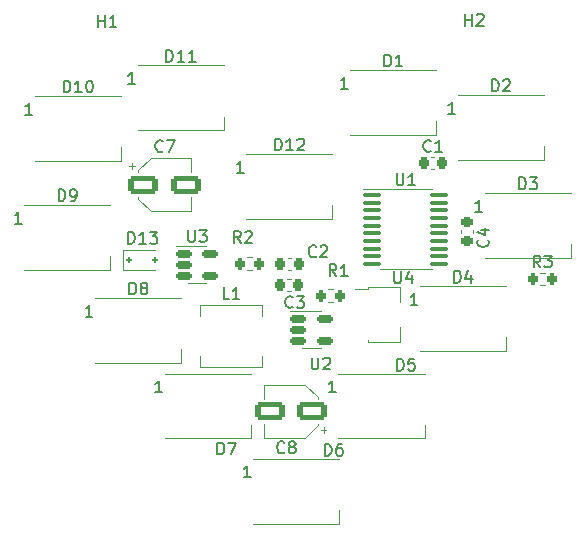
<source format=gto>
G04 #@! TF.GenerationSoftware,KiCad,Pcbnew,8.0.5*
G04 #@! TF.CreationDate,2024-09-23T19:13:39-07:00*
G04 #@! TF.ProjectId,class 2a,636c6173-7320-4326-912e-6b696361645f,rev?*
G04 #@! TF.SameCoordinates,Original*
G04 #@! TF.FileFunction,Legend,Top*
G04 #@! TF.FilePolarity,Positive*
%FSLAX46Y46*%
G04 Gerber Fmt 4.6, Leading zero omitted, Abs format (unit mm)*
G04 Created by KiCad (PCBNEW 8.0.5) date 2024-09-23 19:13:39*
%MOMM*%
%LPD*%
G01*
G04 APERTURE LIST*
G04 Aperture macros list*
%AMRoundRect*
0 Rectangle with rounded corners*
0 $1 Rounding radius*
0 $2 $3 $4 $5 $6 $7 $8 $9 X,Y pos of 4 corners*
0 Add a 4 corners polygon primitive as box body*
4,1,4,$2,$3,$4,$5,$6,$7,$8,$9,$2,$3,0*
0 Add four circle primitives for the rounded corners*
1,1,$1+$1,$2,$3*
1,1,$1+$1,$4,$5*
1,1,$1+$1,$6,$7*
1,1,$1+$1,$8,$9*
0 Add four rect primitives between the rounded corners*
20,1,$1+$1,$2,$3,$4,$5,0*
20,1,$1+$1,$4,$5,$6,$7,0*
20,1,$1+$1,$6,$7,$8,$9,0*
20,1,$1+$1,$8,$9,$2,$3,0*%
%AMFreePoly0*
4,1,9,3.862500,-0.866500,0.737500,-0.866500,0.737500,-0.450000,-0.737500,-0.450000,-0.737500,0.450000,0.737500,0.450000,0.737500,0.866500,3.862500,0.866500,3.862500,-0.866500,3.862500,-0.866500,$1*%
G04 Aperture macros list end*
%ADD10C,0.150000*%
%ADD11C,0.120000*%
%ADD12RoundRect,0.225000X-0.225000X-0.250000X0.225000X-0.250000X0.225000X0.250000X-0.225000X0.250000X0*%
%ADD13R,1.500000X0.900000*%
%ADD14RoundRect,0.200000X-0.200000X-0.275000X0.200000X-0.275000X0.200000X0.275000X-0.200000X0.275000X0*%
%ADD15RoundRect,0.250000X1.050000X0.550000X-1.050000X0.550000X-1.050000X-0.550000X1.050000X-0.550000X0*%
%ADD16RoundRect,0.150000X-0.512500X-0.150000X0.512500X-0.150000X0.512500X0.150000X-0.512500X0.150000X0*%
%ADD17C,2.500000*%
%ADD18RoundRect,0.225000X0.250000X-0.225000X0.250000X0.225000X-0.250000X0.225000X-0.250000X-0.225000X0*%
%ADD19R,1.903000X2.790000*%
%ADD20R,1.300000X0.900000*%
%ADD21FreePoly0,0.000000*%
%ADD22RoundRect,0.100000X-0.637500X-0.100000X0.637500X-0.100000X0.637500X0.100000X-0.637500X0.100000X0*%
%ADD23RoundRect,0.125000X-0.125000X-0.125000X0.125000X-0.125000X0.125000X0.125000X-0.125000X0.125000X0*%
%ADD24RoundRect,0.250000X-1.050000X-0.550000X1.050000X-0.550000X1.050000X0.550000X-1.050000X0.550000X0*%
%ADD25C,0.900000*%
%ADD26C,0.650000*%
G04 APERTURE END LIST*
D10*
X158633333Y-72029580D02*
X158585714Y-72077200D01*
X158585714Y-72077200D02*
X158442857Y-72124819D01*
X158442857Y-72124819D02*
X158347619Y-72124819D01*
X158347619Y-72124819D02*
X158204762Y-72077200D01*
X158204762Y-72077200D02*
X158109524Y-71981961D01*
X158109524Y-71981961D02*
X158061905Y-71886723D01*
X158061905Y-71886723D02*
X158014286Y-71696247D01*
X158014286Y-71696247D02*
X158014286Y-71553390D01*
X158014286Y-71553390D02*
X158061905Y-71362914D01*
X158061905Y-71362914D02*
X158109524Y-71267676D01*
X158109524Y-71267676D02*
X158204762Y-71172438D01*
X158204762Y-71172438D02*
X158347619Y-71124819D01*
X158347619Y-71124819D02*
X158442857Y-71124819D01*
X158442857Y-71124819D02*
X158585714Y-71172438D01*
X158585714Y-71172438D02*
X158633333Y-71220057D01*
X159585714Y-72124819D02*
X159014286Y-72124819D01*
X159300000Y-72124819D02*
X159300000Y-71124819D01*
X159300000Y-71124819D02*
X159204762Y-71267676D01*
X159204762Y-71267676D02*
X159109524Y-71362914D01*
X159109524Y-71362914D02*
X159014286Y-71410533D01*
X146933333Y-85259580D02*
X146885714Y-85307200D01*
X146885714Y-85307200D02*
X146742857Y-85354819D01*
X146742857Y-85354819D02*
X146647619Y-85354819D01*
X146647619Y-85354819D02*
X146504762Y-85307200D01*
X146504762Y-85307200D02*
X146409524Y-85211961D01*
X146409524Y-85211961D02*
X146361905Y-85116723D01*
X146361905Y-85116723D02*
X146314286Y-84926247D01*
X146314286Y-84926247D02*
X146314286Y-84783390D01*
X146314286Y-84783390D02*
X146361905Y-84592914D01*
X146361905Y-84592914D02*
X146409524Y-84497676D01*
X146409524Y-84497676D02*
X146504762Y-84402438D01*
X146504762Y-84402438D02*
X146647619Y-84354819D01*
X146647619Y-84354819D02*
X146742857Y-84354819D01*
X146742857Y-84354819D02*
X146885714Y-84402438D01*
X146885714Y-84402438D02*
X146933333Y-84450057D01*
X147266667Y-84354819D02*
X147885714Y-84354819D01*
X147885714Y-84354819D02*
X147552381Y-84735771D01*
X147552381Y-84735771D02*
X147695238Y-84735771D01*
X147695238Y-84735771D02*
X147790476Y-84783390D01*
X147790476Y-84783390D02*
X147838095Y-84831009D01*
X147838095Y-84831009D02*
X147885714Y-84926247D01*
X147885714Y-84926247D02*
X147885714Y-85164342D01*
X147885714Y-85164342D02*
X147838095Y-85259580D01*
X147838095Y-85259580D02*
X147790476Y-85307200D01*
X147790476Y-85307200D02*
X147695238Y-85354819D01*
X147695238Y-85354819D02*
X147409524Y-85354819D01*
X147409524Y-85354819D02*
X147314286Y-85307200D01*
X147314286Y-85307200D02*
X147266667Y-85259580D01*
X140561905Y-97754819D02*
X140561905Y-96754819D01*
X140561905Y-96754819D02*
X140800000Y-96754819D01*
X140800000Y-96754819D02*
X140942857Y-96802438D01*
X140942857Y-96802438D02*
X141038095Y-96897676D01*
X141038095Y-96897676D02*
X141085714Y-96992914D01*
X141085714Y-96992914D02*
X141133333Y-97183390D01*
X141133333Y-97183390D02*
X141133333Y-97326247D01*
X141133333Y-97326247D02*
X141085714Y-97516723D01*
X141085714Y-97516723D02*
X141038095Y-97611961D01*
X141038095Y-97611961D02*
X140942857Y-97707200D01*
X140942857Y-97707200D02*
X140800000Y-97754819D01*
X140800000Y-97754819D02*
X140561905Y-97754819D01*
X141466667Y-96754819D02*
X142133333Y-96754819D01*
X142133333Y-96754819D02*
X141704762Y-97754819D01*
X135885714Y-92504819D02*
X135314286Y-92504819D01*
X135600000Y-92504819D02*
X135600000Y-91504819D01*
X135600000Y-91504819D02*
X135504762Y-91647676D01*
X135504762Y-91647676D02*
X135409524Y-91742914D01*
X135409524Y-91742914D02*
X135314286Y-91790533D01*
X150633333Y-82654819D02*
X150300000Y-82178628D01*
X150061905Y-82654819D02*
X150061905Y-81654819D01*
X150061905Y-81654819D02*
X150442857Y-81654819D01*
X150442857Y-81654819D02*
X150538095Y-81702438D01*
X150538095Y-81702438D02*
X150585714Y-81750057D01*
X150585714Y-81750057D02*
X150633333Y-81845295D01*
X150633333Y-81845295D02*
X150633333Y-81988152D01*
X150633333Y-81988152D02*
X150585714Y-82083390D01*
X150585714Y-82083390D02*
X150538095Y-82131009D01*
X150538095Y-82131009D02*
X150442857Y-82178628D01*
X150442857Y-82178628D02*
X150061905Y-82178628D01*
X151585714Y-82654819D02*
X151014286Y-82654819D01*
X151300000Y-82654819D02*
X151300000Y-81654819D01*
X151300000Y-81654819D02*
X151204762Y-81797676D01*
X151204762Y-81797676D02*
X151109524Y-81892914D01*
X151109524Y-81892914D02*
X151014286Y-81940533D01*
X149661905Y-97854819D02*
X149661905Y-96854819D01*
X149661905Y-96854819D02*
X149900000Y-96854819D01*
X149900000Y-96854819D02*
X150042857Y-96902438D01*
X150042857Y-96902438D02*
X150138095Y-96997676D01*
X150138095Y-96997676D02*
X150185714Y-97092914D01*
X150185714Y-97092914D02*
X150233333Y-97283390D01*
X150233333Y-97283390D02*
X150233333Y-97426247D01*
X150233333Y-97426247D02*
X150185714Y-97616723D01*
X150185714Y-97616723D02*
X150138095Y-97711961D01*
X150138095Y-97711961D02*
X150042857Y-97807200D01*
X150042857Y-97807200D02*
X149900000Y-97854819D01*
X149900000Y-97854819D02*
X149661905Y-97854819D01*
X151090476Y-96854819D02*
X150900000Y-96854819D01*
X150900000Y-96854819D02*
X150804762Y-96902438D01*
X150804762Y-96902438D02*
X150757143Y-96950057D01*
X150757143Y-96950057D02*
X150661905Y-97092914D01*
X150661905Y-97092914D02*
X150614286Y-97283390D01*
X150614286Y-97283390D02*
X150614286Y-97664342D01*
X150614286Y-97664342D02*
X150661905Y-97759580D01*
X150661905Y-97759580D02*
X150709524Y-97807200D01*
X150709524Y-97807200D02*
X150804762Y-97854819D01*
X150804762Y-97854819D02*
X150995238Y-97854819D01*
X150995238Y-97854819D02*
X151090476Y-97807200D01*
X151090476Y-97807200D02*
X151138095Y-97759580D01*
X151138095Y-97759580D02*
X151185714Y-97664342D01*
X151185714Y-97664342D02*
X151185714Y-97426247D01*
X151185714Y-97426247D02*
X151138095Y-97331009D01*
X151138095Y-97331009D02*
X151090476Y-97283390D01*
X151090476Y-97283390D02*
X150995238Y-97235771D01*
X150995238Y-97235771D02*
X150804762Y-97235771D01*
X150804762Y-97235771D02*
X150709524Y-97283390D01*
X150709524Y-97283390D02*
X150661905Y-97331009D01*
X150661905Y-97331009D02*
X150614286Y-97426247D01*
X143385714Y-99704819D02*
X142814286Y-99704819D01*
X143100000Y-99704819D02*
X143100000Y-98704819D01*
X143100000Y-98704819D02*
X143004762Y-98847676D01*
X143004762Y-98847676D02*
X142909524Y-98942914D01*
X142909524Y-98942914D02*
X142814286Y-98990533D01*
X146233333Y-97559580D02*
X146185714Y-97607200D01*
X146185714Y-97607200D02*
X146042857Y-97654819D01*
X146042857Y-97654819D02*
X145947619Y-97654819D01*
X145947619Y-97654819D02*
X145804762Y-97607200D01*
X145804762Y-97607200D02*
X145709524Y-97511961D01*
X145709524Y-97511961D02*
X145661905Y-97416723D01*
X145661905Y-97416723D02*
X145614286Y-97226247D01*
X145614286Y-97226247D02*
X145614286Y-97083390D01*
X145614286Y-97083390D02*
X145661905Y-96892914D01*
X145661905Y-96892914D02*
X145709524Y-96797676D01*
X145709524Y-96797676D02*
X145804762Y-96702438D01*
X145804762Y-96702438D02*
X145947619Y-96654819D01*
X145947619Y-96654819D02*
X146042857Y-96654819D01*
X146042857Y-96654819D02*
X146185714Y-96702438D01*
X146185714Y-96702438D02*
X146233333Y-96750057D01*
X146804762Y-97083390D02*
X146709524Y-97035771D01*
X146709524Y-97035771D02*
X146661905Y-96988152D01*
X146661905Y-96988152D02*
X146614286Y-96892914D01*
X146614286Y-96892914D02*
X146614286Y-96845295D01*
X146614286Y-96845295D02*
X146661905Y-96750057D01*
X146661905Y-96750057D02*
X146709524Y-96702438D01*
X146709524Y-96702438D02*
X146804762Y-96654819D01*
X146804762Y-96654819D02*
X146995238Y-96654819D01*
X146995238Y-96654819D02*
X147090476Y-96702438D01*
X147090476Y-96702438D02*
X147138095Y-96750057D01*
X147138095Y-96750057D02*
X147185714Y-96845295D01*
X147185714Y-96845295D02*
X147185714Y-96892914D01*
X147185714Y-96892914D02*
X147138095Y-96988152D01*
X147138095Y-96988152D02*
X147090476Y-97035771D01*
X147090476Y-97035771D02*
X146995238Y-97083390D01*
X146995238Y-97083390D02*
X146804762Y-97083390D01*
X146804762Y-97083390D02*
X146709524Y-97131009D01*
X146709524Y-97131009D02*
X146661905Y-97178628D01*
X146661905Y-97178628D02*
X146614286Y-97273866D01*
X146614286Y-97273866D02*
X146614286Y-97464342D01*
X146614286Y-97464342D02*
X146661905Y-97559580D01*
X146661905Y-97559580D02*
X146709524Y-97607200D01*
X146709524Y-97607200D02*
X146804762Y-97654819D01*
X146804762Y-97654819D02*
X146995238Y-97654819D01*
X146995238Y-97654819D02*
X147090476Y-97607200D01*
X147090476Y-97607200D02*
X147138095Y-97559580D01*
X147138095Y-97559580D02*
X147185714Y-97464342D01*
X147185714Y-97464342D02*
X147185714Y-97273866D01*
X147185714Y-97273866D02*
X147138095Y-97178628D01*
X147138095Y-97178628D02*
X147090476Y-97131009D01*
X147090476Y-97131009D02*
X146995238Y-97083390D01*
X148538095Y-89554819D02*
X148538095Y-90364342D01*
X148538095Y-90364342D02*
X148585714Y-90459580D01*
X148585714Y-90459580D02*
X148633333Y-90507200D01*
X148633333Y-90507200D02*
X148728571Y-90554819D01*
X148728571Y-90554819D02*
X148919047Y-90554819D01*
X148919047Y-90554819D02*
X149014285Y-90507200D01*
X149014285Y-90507200D02*
X149061904Y-90459580D01*
X149061904Y-90459580D02*
X149109523Y-90364342D01*
X149109523Y-90364342D02*
X149109523Y-89554819D01*
X149538095Y-89650057D02*
X149585714Y-89602438D01*
X149585714Y-89602438D02*
X149680952Y-89554819D01*
X149680952Y-89554819D02*
X149919047Y-89554819D01*
X149919047Y-89554819D02*
X150014285Y-89602438D01*
X150014285Y-89602438D02*
X150061904Y-89650057D01*
X150061904Y-89650057D02*
X150109523Y-89745295D01*
X150109523Y-89745295D02*
X150109523Y-89840533D01*
X150109523Y-89840533D02*
X150061904Y-89983390D01*
X150061904Y-89983390D02*
X149490476Y-90554819D01*
X149490476Y-90554819D02*
X150109523Y-90554819D01*
X163811905Y-67004819D02*
X163811905Y-66004819D01*
X163811905Y-66004819D02*
X164050000Y-66004819D01*
X164050000Y-66004819D02*
X164192857Y-66052438D01*
X164192857Y-66052438D02*
X164288095Y-66147676D01*
X164288095Y-66147676D02*
X164335714Y-66242914D01*
X164335714Y-66242914D02*
X164383333Y-66433390D01*
X164383333Y-66433390D02*
X164383333Y-66576247D01*
X164383333Y-66576247D02*
X164335714Y-66766723D01*
X164335714Y-66766723D02*
X164288095Y-66861961D01*
X164288095Y-66861961D02*
X164192857Y-66957200D01*
X164192857Y-66957200D02*
X164050000Y-67004819D01*
X164050000Y-67004819D02*
X163811905Y-67004819D01*
X164764286Y-66100057D02*
X164811905Y-66052438D01*
X164811905Y-66052438D02*
X164907143Y-66004819D01*
X164907143Y-66004819D02*
X165145238Y-66004819D01*
X165145238Y-66004819D02*
X165240476Y-66052438D01*
X165240476Y-66052438D02*
X165288095Y-66100057D01*
X165288095Y-66100057D02*
X165335714Y-66195295D01*
X165335714Y-66195295D02*
X165335714Y-66290533D01*
X165335714Y-66290533D02*
X165288095Y-66433390D01*
X165288095Y-66433390D02*
X164716667Y-67004819D01*
X164716667Y-67004819D02*
X165335714Y-67004819D01*
X160685714Y-68904819D02*
X160114286Y-68904819D01*
X160400000Y-68904819D02*
X160400000Y-67904819D01*
X160400000Y-67904819D02*
X160304762Y-68047676D01*
X160304762Y-68047676D02*
X160209524Y-68142914D01*
X160209524Y-68142914D02*
X160114286Y-68190533D01*
X127535714Y-67104819D02*
X127535714Y-66104819D01*
X127535714Y-66104819D02*
X127773809Y-66104819D01*
X127773809Y-66104819D02*
X127916666Y-66152438D01*
X127916666Y-66152438D02*
X128011904Y-66247676D01*
X128011904Y-66247676D02*
X128059523Y-66342914D01*
X128059523Y-66342914D02*
X128107142Y-66533390D01*
X128107142Y-66533390D02*
X128107142Y-66676247D01*
X128107142Y-66676247D02*
X128059523Y-66866723D01*
X128059523Y-66866723D02*
X128011904Y-66961961D01*
X128011904Y-66961961D02*
X127916666Y-67057200D01*
X127916666Y-67057200D02*
X127773809Y-67104819D01*
X127773809Y-67104819D02*
X127535714Y-67104819D01*
X129059523Y-67104819D02*
X128488095Y-67104819D01*
X128773809Y-67104819D02*
X128773809Y-66104819D01*
X128773809Y-66104819D02*
X128678571Y-66247676D01*
X128678571Y-66247676D02*
X128583333Y-66342914D01*
X128583333Y-66342914D02*
X128488095Y-66390533D01*
X129678571Y-66104819D02*
X129773809Y-66104819D01*
X129773809Y-66104819D02*
X129869047Y-66152438D01*
X129869047Y-66152438D02*
X129916666Y-66200057D01*
X129916666Y-66200057D02*
X129964285Y-66295295D01*
X129964285Y-66295295D02*
X130011904Y-66485771D01*
X130011904Y-66485771D02*
X130011904Y-66723866D01*
X130011904Y-66723866D02*
X129964285Y-66914342D01*
X129964285Y-66914342D02*
X129916666Y-67009580D01*
X129916666Y-67009580D02*
X129869047Y-67057200D01*
X129869047Y-67057200D02*
X129773809Y-67104819D01*
X129773809Y-67104819D02*
X129678571Y-67104819D01*
X129678571Y-67104819D02*
X129583333Y-67057200D01*
X129583333Y-67057200D02*
X129535714Y-67009580D01*
X129535714Y-67009580D02*
X129488095Y-66914342D01*
X129488095Y-66914342D02*
X129440476Y-66723866D01*
X129440476Y-66723866D02*
X129440476Y-66485771D01*
X129440476Y-66485771D02*
X129488095Y-66295295D01*
X129488095Y-66295295D02*
X129535714Y-66200057D01*
X129535714Y-66200057D02*
X129583333Y-66152438D01*
X129583333Y-66152438D02*
X129678571Y-66104819D01*
X124885714Y-69004819D02*
X124314286Y-69004819D01*
X124600000Y-69004819D02*
X124600000Y-68004819D01*
X124600000Y-68004819D02*
X124504762Y-68147676D01*
X124504762Y-68147676D02*
X124409524Y-68242914D01*
X124409524Y-68242914D02*
X124314286Y-68290533D01*
X148933333Y-80959580D02*
X148885714Y-81007200D01*
X148885714Y-81007200D02*
X148742857Y-81054819D01*
X148742857Y-81054819D02*
X148647619Y-81054819D01*
X148647619Y-81054819D02*
X148504762Y-81007200D01*
X148504762Y-81007200D02*
X148409524Y-80911961D01*
X148409524Y-80911961D02*
X148361905Y-80816723D01*
X148361905Y-80816723D02*
X148314286Y-80626247D01*
X148314286Y-80626247D02*
X148314286Y-80483390D01*
X148314286Y-80483390D02*
X148361905Y-80292914D01*
X148361905Y-80292914D02*
X148409524Y-80197676D01*
X148409524Y-80197676D02*
X148504762Y-80102438D01*
X148504762Y-80102438D02*
X148647619Y-80054819D01*
X148647619Y-80054819D02*
X148742857Y-80054819D01*
X148742857Y-80054819D02*
X148885714Y-80102438D01*
X148885714Y-80102438D02*
X148933333Y-80150057D01*
X149314286Y-80150057D02*
X149361905Y-80102438D01*
X149361905Y-80102438D02*
X149457143Y-80054819D01*
X149457143Y-80054819D02*
X149695238Y-80054819D01*
X149695238Y-80054819D02*
X149790476Y-80102438D01*
X149790476Y-80102438D02*
X149838095Y-80150057D01*
X149838095Y-80150057D02*
X149885714Y-80245295D01*
X149885714Y-80245295D02*
X149885714Y-80340533D01*
X149885714Y-80340533D02*
X149838095Y-80483390D01*
X149838095Y-80483390D02*
X149266667Y-81054819D01*
X149266667Y-81054819D02*
X149885714Y-81054819D01*
X161538095Y-61454819D02*
X161538095Y-60454819D01*
X161538095Y-60931009D02*
X162109523Y-60931009D01*
X162109523Y-61454819D02*
X162109523Y-60454819D01*
X162538095Y-60550057D02*
X162585714Y-60502438D01*
X162585714Y-60502438D02*
X162680952Y-60454819D01*
X162680952Y-60454819D02*
X162919047Y-60454819D01*
X162919047Y-60454819D02*
X163014285Y-60502438D01*
X163014285Y-60502438D02*
X163061904Y-60550057D01*
X163061904Y-60550057D02*
X163109523Y-60645295D01*
X163109523Y-60645295D02*
X163109523Y-60740533D01*
X163109523Y-60740533D02*
X163061904Y-60883390D01*
X163061904Y-60883390D02*
X162490476Y-61454819D01*
X162490476Y-61454819D02*
X163109523Y-61454819D01*
X154711905Y-64904819D02*
X154711905Y-63904819D01*
X154711905Y-63904819D02*
X154950000Y-63904819D01*
X154950000Y-63904819D02*
X155092857Y-63952438D01*
X155092857Y-63952438D02*
X155188095Y-64047676D01*
X155188095Y-64047676D02*
X155235714Y-64142914D01*
X155235714Y-64142914D02*
X155283333Y-64333390D01*
X155283333Y-64333390D02*
X155283333Y-64476247D01*
X155283333Y-64476247D02*
X155235714Y-64666723D01*
X155235714Y-64666723D02*
X155188095Y-64761961D01*
X155188095Y-64761961D02*
X155092857Y-64857200D01*
X155092857Y-64857200D02*
X154950000Y-64904819D01*
X154950000Y-64904819D02*
X154711905Y-64904819D01*
X156235714Y-64904819D02*
X155664286Y-64904819D01*
X155950000Y-64904819D02*
X155950000Y-63904819D01*
X155950000Y-63904819D02*
X155854762Y-64047676D01*
X155854762Y-64047676D02*
X155759524Y-64142914D01*
X155759524Y-64142914D02*
X155664286Y-64190533D01*
X151585714Y-66804819D02*
X151014286Y-66804819D01*
X151300000Y-66804819D02*
X151300000Y-65804819D01*
X151300000Y-65804819D02*
X151204762Y-65947676D01*
X151204762Y-65947676D02*
X151109524Y-66042914D01*
X151109524Y-66042914D02*
X151014286Y-66090533D01*
X133111905Y-84204819D02*
X133111905Y-83204819D01*
X133111905Y-83204819D02*
X133350000Y-83204819D01*
X133350000Y-83204819D02*
X133492857Y-83252438D01*
X133492857Y-83252438D02*
X133588095Y-83347676D01*
X133588095Y-83347676D02*
X133635714Y-83442914D01*
X133635714Y-83442914D02*
X133683333Y-83633390D01*
X133683333Y-83633390D02*
X133683333Y-83776247D01*
X133683333Y-83776247D02*
X133635714Y-83966723D01*
X133635714Y-83966723D02*
X133588095Y-84061961D01*
X133588095Y-84061961D02*
X133492857Y-84157200D01*
X133492857Y-84157200D02*
X133350000Y-84204819D01*
X133350000Y-84204819D02*
X133111905Y-84204819D01*
X134254762Y-83633390D02*
X134159524Y-83585771D01*
X134159524Y-83585771D02*
X134111905Y-83538152D01*
X134111905Y-83538152D02*
X134064286Y-83442914D01*
X134064286Y-83442914D02*
X134064286Y-83395295D01*
X134064286Y-83395295D02*
X134111905Y-83300057D01*
X134111905Y-83300057D02*
X134159524Y-83252438D01*
X134159524Y-83252438D02*
X134254762Y-83204819D01*
X134254762Y-83204819D02*
X134445238Y-83204819D01*
X134445238Y-83204819D02*
X134540476Y-83252438D01*
X134540476Y-83252438D02*
X134588095Y-83300057D01*
X134588095Y-83300057D02*
X134635714Y-83395295D01*
X134635714Y-83395295D02*
X134635714Y-83442914D01*
X134635714Y-83442914D02*
X134588095Y-83538152D01*
X134588095Y-83538152D02*
X134540476Y-83585771D01*
X134540476Y-83585771D02*
X134445238Y-83633390D01*
X134445238Y-83633390D02*
X134254762Y-83633390D01*
X134254762Y-83633390D02*
X134159524Y-83681009D01*
X134159524Y-83681009D02*
X134111905Y-83728628D01*
X134111905Y-83728628D02*
X134064286Y-83823866D01*
X134064286Y-83823866D02*
X134064286Y-84014342D01*
X134064286Y-84014342D02*
X134111905Y-84109580D01*
X134111905Y-84109580D02*
X134159524Y-84157200D01*
X134159524Y-84157200D02*
X134254762Y-84204819D01*
X134254762Y-84204819D02*
X134445238Y-84204819D01*
X134445238Y-84204819D02*
X134540476Y-84157200D01*
X134540476Y-84157200D02*
X134588095Y-84109580D01*
X134588095Y-84109580D02*
X134635714Y-84014342D01*
X134635714Y-84014342D02*
X134635714Y-83823866D01*
X134635714Y-83823866D02*
X134588095Y-83728628D01*
X134588095Y-83728628D02*
X134540476Y-83681009D01*
X134540476Y-83681009D02*
X134445238Y-83633390D01*
X129985714Y-86104819D02*
X129414286Y-86104819D01*
X129700000Y-86104819D02*
X129700000Y-85104819D01*
X129700000Y-85104819D02*
X129604762Y-85247676D01*
X129604762Y-85247676D02*
X129509524Y-85342914D01*
X129509524Y-85342914D02*
X129414286Y-85390533D01*
X160611905Y-83204819D02*
X160611905Y-82204819D01*
X160611905Y-82204819D02*
X160850000Y-82204819D01*
X160850000Y-82204819D02*
X160992857Y-82252438D01*
X160992857Y-82252438D02*
X161088095Y-82347676D01*
X161088095Y-82347676D02*
X161135714Y-82442914D01*
X161135714Y-82442914D02*
X161183333Y-82633390D01*
X161183333Y-82633390D02*
X161183333Y-82776247D01*
X161183333Y-82776247D02*
X161135714Y-82966723D01*
X161135714Y-82966723D02*
X161088095Y-83061961D01*
X161088095Y-83061961D02*
X160992857Y-83157200D01*
X160992857Y-83157200D02*
X160850000Y-83204819D01*
X160850000Y-83204819D02*
X160611905Y-83204819D01*
X162040476Y-82538152D02*
X162040476Y-83204819D01*
X161802381Y-82157200D02*
X161564286Y-82871485D01*
X161564286Y-82871485D02*
X162183333Y-82871485D01*
X157485714Y-85104819D02*
X156914286Y-85104819D01*
X157200000Y-85104819D02*
X157200000Y-84104819D01*
X157200000Y-84104819D02*
X157104762Y-84247676D01*
X157104762Y-84247676D02*
X157009524Y-84342914D01*
X157009524Y-84342914D02*
X156914286Y-84390533D01*
X138075595Y-78754819D02*
X138075595Y-79564342D01*
X138075595Y-79564342D02*
X138123214Y-79659580D01*
X138123214Y-79659580D02*
X138170833Y-79707200D01*
X138170833Y-79707200D02*
X138266071Y-79754819D01*
X138266071Y-79754819D02*
X138456547Y-79754819D01*
X138456547Y-79754819D02*
X138551785Y-79707200D01*
X138551785Y-79707200D02*
X138599404Y-79659580D01*
X138599404Y-79659580D02*
X138647023Y-79564342D01*
X138647023Y-79564342D02*
X138647023Y-78754819D01*
X139027976Y-78754819D02*
X139647023Y-78754819D01*
X139647023Y-78754819D02*
X139313690Y-79135771D01*
X139313690Y-79135771D02*
X139456547Y-79135771D01*
X139456547Y-79135771D02*
X139551785Y-79183390D01*
X139551785Y-79183390D02*
X139599404Y-79231009D01*
X139599404Y-79231009D02*
X139647023Y-79326247D01*
X139647023Y-79326247D02*
X139647023Y-79564342D01*
X139647023Y-79564342D02*
X139599404Y-79659580D01*
X139599404Y-79659580D02*
X139551785Y-79707200D01*
X139551785Y-79707200D02*
X139456547Y-79754819D01*
X139456547Y-79754819D02*
X139170833Y-79754819D01*
X139170833Y-79754819D02*
X139075595Y-79707200D01*
X139075595Y-79707200D02*
X139027976Y-79659580D01*
X155761905Y-90654819D02*
X155761905Y-89654819D01*
X155761905Y-89654819D02*
X156000000Y-89654819D01*
X156000000Y-89654819D02*
X156142857Y-89702438D01*
X156142857Y-89702438D02*
X156238095Y-89797676D01*
X156238095Y-89797676D02*
X156285714Y-89892914D01*
X156285714Y-89892914D02*
X156333333Y-90083390D01*
X156333333Y-90083390D02*
X156333333Y-90226247D01*
X156333333Y-90226247D02*
X156285714Y-90416723D01*
X156285714Y-90416723D02*
X156238095Y-90511961D01*
X156238095Y-90511961D02*
X156142857Y-90607200D01*
X156142857Y-90607200D02*
X156000000Y-90654819D01*
X156000000Y-90654819D02*
X155761905Y-90654819D01*
X157238095Y-89654819D02*
X156761905Y-89654819D01*
X156761905Y-89654819D02*
X156714286Y-90131009D01*
X156714286Y-90131009D02*
X156761905Y-90083390D01*
X156761905Y-90083390D02*
X156857143Y-90035771D01*
X156857143Y-90035771D02*
X157095238Y-90035771D01*
X157095238Y-90035771D02*
X157190476Y-90083390D01*
X157190476Y-90083390D02*
X157238095Y-90131009D01*
X157238095Y-90131009D02*
X157285714Y-90226247D01*
X157285714Y-90226247D02*
X157285714Y-90464342D01*
X157285714Y-90464342D02*
X157238095Y-90559580D01*
X157238095Y-90559580D02*
X157190476Y-90607200D01*
X157190476Y-90607200D02*
X157095238Y-90654819D01*
X157095238Y-90654819D02*
X156857143Y-90654819D01*
X156857143Y-90654819D02*
X156761905Y-90607200D01*
X156761905Y-90607200D02*
X156714286Y-90559580D01*
X150585714Y-92504819D02*
X150014286Y-92504819D01*
X150300000Y-92504819D02*
X150300000Y-91504819D01*
X150300000Y-91504819D02*
X150204762Y-91647676D01*
X150204762Y-91647676D02*
X150109524Y-91742914D01*
X150109524Y-91742914D02*
X150014286Y-91790533D01*
X163459580Y-79566666D02*
X163507200Y-79614285D01*
X163507200Y-79614285D02*
X163554819Y-79757142D01*
X163554819Y-79757142D02*
X163554819Y-79852380D01*
X163554819Y-79852380D02*
X163507200Y-79995237D01*
X163507200Y-79995237D02*
X163411961Y-80090475D01*
X163411961Y-80090475D02*
X163316723Y-80138094D01*
X163316723Y-80138094D02*
X163126247Y-80185713D01*
X163126247Y-80185713D02*
X162983390Y-80185713D01*
X162983390Y-80185713D02*
X162792914Y-80138094D01*
X162792914Y-80138094D02*
X162697676Y-80090475D01*
X162697676Y-80090475D02*
X162602438Y-79995237D01*
X162602438Y-79995237D02*
X162554819Y-79852380D01*
X162554819Y-79852380D02*
X162554819Y-79757142D01*
X162554819Y-79757142D02*
X162602438Y-79614285D01*
X162602438Y-79614285D02*
X162650057Y-79566666D01*
X162888152Y-78709523D02*
X163554819Y-78709523D01*
X162507200Y-78947618D02*
X163221485Y-79185713D01*
X163221485Y-79185713D02*
X163221485Y-78566666D01*
X136235714Y-64504819D02*
X136235714Y-63504819D01*
X136235714Y-63504819D02*
X136473809Y-63504819D01*
X136473809Y-63504819D02*
X136616666Y-63552438D01*
X136616666Y-63552438D02*
X136711904Y-63647676D01*
X136711904Y-63647676D02*
X136759523Y-63742914D01*
X136759523Y-63742914D02*
X136807142Y-63933390D01*
X136807142Y-63933390D02*
X136807142Y-64076247D01*
X136807142Y-64076247D02*
X136759523Y-64266723D01*
X136759523Y-64266723D02*
X136711904Y-64361961D01*
X136711904Y-64361961D02*
X136616666Y-64457200D01*
X136616666Y-64457200D02*
X136473809Y-64504819D01*
X136473809Y-64504819D02*
X136235714Y-64504819D01*
X137759523Y-64504819D02*
X137188095Y-64504819D01*
X137473809Y-64504819D02*
X137473809Y-63504819D01*
X137473809Y-63504819D02*
X137378571Y-63647676D01*
X137378571Y-63647676D02*
X137283333Y-63742914D01*
X137283333Y-63742914D02*
X137188095Y-63790533D01*
X138711904Y-64504819D02*
X138140476Y-64504819D01*
X138426190Y-64504819D02*
X138426190Y-63504819D01*
X138426190Y-63504819D02*
X138330952Y-63647676D01*
X138330952Y-63647676D02*
X138235714Y-63742914D01*
X138235714Y-63742914D02*
X138140476Y-63790533D01*
X133585714Y-66404819D02*
X133014286Y-66404819D01*
X133300000Y-66404819D02*
X133300000Y-65404819D01*
X133300000Y-65404819D02*
X133204762Y-65547676D01*
X133204762Y-65547676D02*
X133109524Y-65642914D01*
X133109524Y-65642914D02*
X133014286Y-65690533D01*
X141559833Y-84614819D02*
X141083643Y-84614819D01*
X141083643Y-84614819D02*
X141083643Y-83614819D01*
X142416976Y-84614819D02*
X141845548Y-84614819D01*
X142131262Y-84614819D02*
X142131262Y-83614819D01*
X142131262Y-83614819D02*
X142036024Y-83757676D01*
X142036024Y-83757676D02*
X141940786Y-83852914D01*
X141940786Y-83852914D02*
X141845548Y-83900533D01*
X155538095Y-82254819D02*
X155538095Y-83064342D01*
X155538095Y-83064342D02*
X155585714Y-83159580D01*
X155585714Y-83159580D02*
X155633333Y-83207200D01*
X155633333Y-83207200D02*
X155728571Y-83254819D01*
X155728571Y-83254819D02*
X155919047Y-83254819D01*
X155919047Y-83254819D02*
X156014285Y-83207200D01*
X156014285Y-83207200D02*
X156061904Y-83159580D01*
X156061904Y-83159580D02*
X156109523Y-83064342D01*
X156109523Y-83064342D02*
X156109523Y-82254819D01*
X157014285Y-82588152D02*
X157014285Y-83254819D01*
X156776190Y-82207200D02*
X156538095Y-82921485D01*
X156538095Y-82921485D02*
X157157142Y-82921485D01*
X155738095Y-73954819D02*
X155738095Y-74764342D01*
X155738095Y-74764342D02*
X155785714Y-74859580D01*
X155785714Y-74859580D02*
X155833333Y-74907200D01*
X155833333Y-74907200D02*
X155928571Y-74954819D01*
X155928571Y-74954819D02*
X156119047Y-74954819D01*
X156119047Y-74954819D02*
X156214285Y-74907200D01*
X156214285Y-74907200D02*
X156261904Y-74859580D01*
X156261904Y-74859580D02*
X156309523Y-74764342D01*
X156309523Y-74764342D02*
X156309523Y-73954819D01*
X157309523Y-74954819D02*
X156738095Y-74954819D01*
X157023809Y-74954819D02*
X157023809Y-73954819D01*
X157023809Y-73954819D02*
X156928571Y-74097676D01*
X156928571Y-74097676D02*
X156833333Y-74192914D01*
X156833333Y-74192914D02*
X156738095Y-74240533D01*
X142533333Y-79854819D02*
X142200000Y-79378628D01*
X141961905Y-79854819D02*
X141961905Y-78854819D01*
X141961905Y-78854819D02*
X142342857Y-78854819D01*
X142342857Y-78854819D02*
X142438095Y-78902438D01*
X142438095Y-78902438D02*
X142485714Y-78950057D01*
X142485714Y-78950057D02*
X142533333Y-79045295D01*
X142533333Y-79045295D02*
X142533333Y-79188152D01*
X142533333Y-79188152D02*
X142485714Y-79283390D01*
X142485714Y-79283390D02*
X142438095Y-79331009D01*
X142438095Y-79331009D02*
X142342857Y-79378628D01*
X142342857Y-79378628D02*
X141961905Y-79378628D01*
X142914286Y-78950057D02*
X142961905Y-78902438D01*
X142961905Y-78902438D02*
X143057143Y-78854819D01*
X143057143Y-78854819D02*
X143295238Y-78854819D01*
X143295238Y-78854819D02*
X143390476Y-78902438D01*
X143390476Y-78902438D02*
X143438095Y-78950057D01*
X143438095Y-78950057D02*
X143485714Y-79045295D01*
X143485714Y-79045295D02*
X143485714Y-79140533D01*
X143485714Y-79140533D02*
X143438095Y-79283390D01*
X143438095Y-79283390D02*
X142866667Y-79854819D01*
X142866667Y-79854819D02*
X143485714Y-79854819D01*
X132985714Y-79904819D02*
X132985714Y-78904819D01*
X132985714Y-78904819D02*
X133223809Y-78904819D01*
X133223809Y-78904819D02*
X133366666Y-78952438D01*
X133366666Y-78952438D02*
X133461904Y-79047676D01*
X133461904Y-79047676D02*
X133509523Y-79142914D01*
X133509523Y-79142914D02*
X133557142Y-79333390D01*
X133557142Y-79333390D02*
X133557142Y-79476247D01*
X133557142Y-79476247D02*
X133509523Y-79666723D01*
X133509523Y-79666723D02*
X133461904Y-79761961D01*
X133461904Y-79761961D02*
X133366666Y-79857200D01*
X133366666Y-79857200D02*
X133223809Y-79904819D01*
X133223809Y-79904819D02*
X132985714Y-79904819D01*
X134509523Y-79904819D02*
X133938095Y-79904819D01*
X134223809Y-79904819D02*
X134223809Y-78904819D01*
X134223809Y-78904819D02*
X134128571Y-79047676D01*
X134128571Y-79047676D02*
X134033333Y-79142914D01*
X134033333Y-79142914D02*
X133938095Y-79190533D01*
X134842857Y-78904819D02*
X135461904Y-78904819D01*
X135461904Y-78904819D02*
X135128571Y-79285771D01*
X135128571Y-79285771D02*
X135271428Y-79285771D01*
X135271428Y-79285771D02*
X135366666Y-79333390D01*
X135366666Y-79333390D02*
X135414285Y-79381009D01*
X135414285Y-79381009D02*
X135461904Y-79476247D01*
X135461904Y-79476247D02*
X135461904Y-79714342D01*
X135461904Y-79714342D02*
X135414285Y-79809580D01*
X135414285Y-79809580D02*
X135366666Y-79857200D01*
X135366666Y-79857200D02*
X135271428Y-79904819D01*
X135271428Y-79904819D02*
X134985714Y-79904819D01*
X134985714Y-79904819D02*
X134890476Y-79857200D01*
X134890476Y-79857200D02*
X134842857Y-79809580D01*
X127111905Y-76304819D02*
X127111905Y-75304819D01*
X127111905Y-75304819D02*
X127350000Y-75304819D01*
X127350000Y-75304819D02*
X127492857Y-75352438D01*
X127492857Y-75352438D02*
X127588095Y-75447676D01*
X127588095Y-75447676D02*
X127635714Y-75542914D01*
X127635714Y-75542914D02*
X127683333Y-75733390D01*
X127683333Y-75733390D02*
X127683333Y-75876247D01*
X127683333Y-75876247D02*
X127635714Y-76066723D01*
X127635714Y-76066723D02*
X127588095Y-76161961D01*
X127588095Y-76161961D02*
X127492857Y-76257200D01*
X127492857Y-76257200D02*
X127350000Y-76304819D01*
X127350000Y-76304819D02*
X127111905Y-76304819D01*
X128159524Y-76304819D02*
X128350000Y-76304819D01*
X128350000Y-76304819D02*
X128445238Y-76257200D01*
X128445238Y-76257200D02*
X128492857Y-76209580D01*
X128492857Y-76209580D02*
X128588095Y-76066723D01*
X128588095Y-76066723D02*
X128635714Y-75876247D01*
X128635714Y-75876247D02*
X128635714Y-75495295D01*
X128635714Y-75495295D02*
X128588095Y-75400057D01*
X128588095Y-75400057D02*
X128540476Y-75352438D01*
X128540476Y-75352438D02*
X128445238Y-75304819D01*
X128445238Y-75304819D02*
X128254762Y-75304819D01*
X128254762Y-75304819D02*
X128159524Y-75352438D01*
X128159524Y-75352438D02*
X128111905Y-75400057D01*
X128111905Y-75400057D02*
X128064286Y-75495295D01*
X128064286Y-75495295D02*
X128064286Y-75733390D01*
X128064286Y-75733390D02*
X128111905Y-75828628D01*
X128111905Y-75828628D02*
X128159524Y-75876247D01*
X128159524Y-75876247D02*
X128254762Y-75923866D01*
X128254762Y-75923866D02*
X128445238Y-75923866D01*
X128445238Y-75923866D02*
X128540476Y-75876247D01*
X128540476Y-75876247D02*
X128588095Y-75828628D01*
X128588095Y-75828628D02*
X128635714Y-75733390D01*
X123985714Y-78204819D02*
X123414286Y-78204819D01*
X123700000Y-78204819D02*
X123700000Y-77204819D01*
X123700000Y-77204819D02*
X123604762Y-77347676D01*
X123604762Y-77347676D02*
X123509524Y-77442914D01*
X123509524Y-77442914D02*
X123414286Y-77490533D01*
X145435714Y-72004819D02*
X145435714Y-71004819D01*
X145435714Y-71004819D02*
X145673809Y-71004819D01*
X145673809Y-71004819D02*
X145816666Y-71052438D01*
X145816666Y-71052438D02*
X145911904Y-71147676D01*
X145911904Y-71147676D02*
X145959523Y-71242914D01*
X145959523Y-71242914D02*
X146007142Y-71433390D01*
X146007142Y-71433390D02*
X146007142Y-71576247D01*
X146007142Y-71576247D02*
X145959523Y-71766723D01*
X145959523Y-71766723D02*
X145911904Y-71861961D01*
X145911904Y-71861961D02*
X145816666Y-71957200D01*
X145816666Y-71957200D02*
X145673809Y-72004819D01*
X145673809Y-72004819D02*
X145435714Y-72004819D01*
X146959523Y-72004819D02*
X146388095Y-72004819D01*
X146673809Y-72004819D02*
X146673809Y-71004819D01*
X146673809Y-71004819D02*
X146578571Y-71147676D01*
X146578571Y-71147676D02*
X146483333Y-71242914D01*
X146483333Y-71242914D02*
X146388095Y-71290533D01*
X147340476Y-71100057D02*
X147388095Y-71052438D01*
X147388095Y-71052438D02*
X147483333Y-71004819D01*
X147483333Y-71004819D02*
X147721428Y-71004819D01*
X147721428Y-71004819D02*
X147816666Y-71052438D01*
X147816666Y-71052438D02*
X147864285Y-71100057D01*
X147864285Y-71100057D02*
X147911904Y-71195295D01*
X147911904Y-71195295D02*
X147911904Y-71290533D01*
X147911904Y-71290533D02*
X147864285Y-71433390D01*
X147864285Y-71433390D02*
X147292857Y-72004819D01*
X147292857Y-72004819D02*
X147911904Y-72004819D01*
X142785714Y-73904819D02*
X142214286Y-73904819D01*
X142500000Y-73904819D02*
X142500000Y-72904819D01*
X142500000Y-72904819D02*
X142404762Y-73047676D01*
X142404762Y-73047676D02*
X142309524Y-73142914D01*
X142309524Y-73142914D02*
X142214286Y-73190533D01*
X167908333Y-81924819D02*
X167575000Y-81448628D01*
X167336905Y-81924819D02*
X167336905Y-80924819D01*
X167336905Y-80924819D02*
X167717857Y-80924819D01*
X167717857Y-80924819D02*
X167813095Y-80972438D01*
X167813095Y-80972438D02*
X167860714Y-81020057D01*
X167860714Y-81020057D02*
X167908333Y-81115295D01*
X167908333Y-81115295D02*
X167908333Y-81258152D01*
X167908333Y-81258152D02*
X167860714Y-81353390D01*
X167860714Y-81353390D02*
X167813095Y-81401009D01*
X167813095Y-81401009D02*
X167717857Y-81448628D01*
X167717857Y-81448628D02*
X167336905Y-81448628D01*
X168241667Y-80924819D02*
X168860714Y-80924819D01*
X168860714Y-80924819D02*
X168527381Y-81305771D01*
X168527381Y-81305771D02*
X168670238Y-81305771D01*
X168670238Y-81305771D02*
X168765476Y-81353390D01*
X168765476Y-81353390D02*
X168813095Y-81401009D01*
X168813095Y-81401009D02*
X168860714Y-81496247D01*
X168860714Y-81496247D02*
X168860714Y-81734342D01*
X168860714Y-81734342D02*
X168813095Y-81829580D01*
X168813095Y-81829580D02*
X168765476Y-81877200D01*
X168765476Y-81877200D02*
X168670238Y-81924819D01*
X168670238Y-81924819D02*
X168384524Y-81924819D01*
X168384524Y-81924819D02*
X168289286Y-81877200D01*
X168289286Y-81877200D02*
X168241667Y-81829580D01*
X130438095Y-61554819D02*
X130438095Y-60554819D01*
X130438095Y-61031009D02*
X131009523Y-61031009D01*
X131009523Y-61554819D02*
X131009523Y-60554819D01*
X132009523Y-61554819D02*
X131438095Y-61554819D01*
X131723809Y-61554819D02*
X131723809Y-60554819D01*
X131723809Y-60554819D02*
X131628571Y-60697676D01*
X131628571Y-60697676D02*
X131533333Y-60792914D01*
X131533333Y-60792914D02*
X131438095Y-60840533D01*
X166111905Y-75304819D02*
X166111905Y-74304819D01*
X166111905Y-74304819D02*
X166350000Y-74304819D01*
X166350000Y-74304819D02*
X166492857Y-74352438D01*
X166492857Y-74352438D02*
X166588095Y-74447676D01*
X166588095Y-74447676D02*
X166635714Y-74542914D01*
X166635714Y-74542914D02*
X166683333Y-74733390D01*
X166683333Y-74733390D02*
X166683333Y-74876247D01*
X166683333Y-74876247D02*
X166635714Y-75066723D01*
X166635714Y-75066723D02*
X166588095Y-75161961D01*
X166588095Y-75161961D02*
X166492857Y-75257200D01*
X166492857Y-75257200D02*
X166350000Y-75304819D01*
X166350000Y-75304819D02*
X166111905Y-75304819D01*
X167016667Y-74304819D02*
X167635714Y-74304819D01*
X167635714Y-74304819D02*
X167302381Y-74685771D01*
X167302381Y-74685771D02*
X167445238Y-74685771D01*
X167445238Y-74685771D02*
X167540476Y-74733390D01*
X167540476Y-74733390D02*
X167588095Y-74781009D01*
X167588095Y-74781009D02*
X167635714Y-74876247D01*
X167635714Y-74876247D02*
X167635714Y-75114342D01*
X167635714Y-75114342D02*
X167588095Y-75209580D01*
X167588095Y-75209580D02*
X167540476Y-75257200D01*
X167540476Y-75257200D02*
X167445238Y-75304819D01*
X167445238Y-75304819D02*
X167159524Y-75304819D01*
X167159524Y-75304819D02*
X167064286Y-75257200D01*
X167064286Y-75257200D02*
X167016667Y-75209580D01*
X162985714Y-77204819D02*
X162414286Y-77204819D01*
X162700000Y-77204819D02*
X162700000Y-76204819D01*
X162700000Y-76204819D02*
X162604762Y-76347676D01*
X162604762Y-76347676D02*
X162509524Y-76442914D01*
X162509524Y-76442914D02*
X162414286Y-76490533D01*
X135933333Y-72059580D02*
X135885714Y-72107200D01*
X135885714Y-72107200D02*
X135742857Y-72154819D01*
X135742857Y-72154819D02*
X135647619Y-72154819D01*
X135647619Y-72154819D02*
X135504762Y-72107200D01*
X135504762Y-72107200D02*
X135409524Y-72011961D01*
X135409524Y-72011961D02*
X135361905Y-71916723D01*
X135361905Y-71916723D02*
X135314286Y-71726247D01*
X135314286Y-71726247D02*
X135314286Y-71583390D01*
X135314286Y-71583390D02*
X135361905Y-71392914D01*
X135361905Y-71392914D02*
X135409524Y-71297676D01*
X135409524Y-71297676D02*
X135504762Y-71202438D01*
X135504762Y-71202438D02*
X135647619Y-71154819D01*
X135647619Y-71154819D02*
X135742857Y-71154819D01*
X135742857Y-71154819D02*
X135885714Y-71202438D01*
X135885714Y-71202438D02*
X135933333Y-71250057D01*
X136266667Y-71154819D02*
X136933333Y-71154819D01*
X136933333Y-71154819D02*
X136504762Y-72154819D01*
D11*
G04 #@! TO.C,C1*
X158659420Y-72590000D02*
X158940580Y-72590000D01*
X158659420Y-73610000D02*
X158940580Y-73610000D01*
G04 #@! TO.C,C3*
X146484420Y-82890000D02*
X146765580Y-82890000D01*
X146484420Y-83910000D02*
X146765580Y-83910000D01*
G04 #@! TO.C,D7*
X136100000Y-90900000D02*
X143400000Y-90900000D01*
X136100000Y-96400000D02*
X143400000Y-96400000D01*
X143400000Y-96400000D02*
X143400000Y-95250000D01*
G04 #@! TO.C,R1*
X149887742Y-83777500D02*
X150362258Y-83777500D01*
X149887742Y-84822500D02*
X150362258Y-84822500D01*
G04 #@! TO.C,D6*
X143600000Y-98100000D02*
X150900000Y-98100000D01*
X143600000Y-103600000D02*
X150900000Y-103600000D01*
X150900000Y-103600000D02*
X150900000Y-102450000D01*
G04 #@! TO.C,C8*
X144540000Y-91840000D02*
X144540000Y-93040000D01*
X144540000Y-96360000D02*
X144540000Y-95160000D01*
X147995563Y-91840000D02*
X144540000Y-91840000D01*
X147995563Y-96360000D02*
X144540000Y-96360000D01*
X149060000Y-92904437D02*
X147995563Y-91840000D01*
X149060000Y-92904437D02*
X149060000Y-93040000D01*
X149060000Y-95295563D02*
X147995563Y-96360000D01*
X149060000Y-95295563D02*
X149060000Y-95160000D01*
X149550000Y-95910000D02*
X149550000Y-95410000D01*
X149800000Y-95660000D02*
X149300000Y-95660000D01*
G04 #@! TO.C,U2*
X148537500Y-85640000D02*
X146737500Y-85640000D01*
X148537500Y-85640000D02*
X149337500Y-85640000D01*
X148537500Y-88760000D02*
X147737500Y-88760000D01*
X148537500Y-88760000D02*
X149337500Y-88760000D01*
G04 #@! TO.C,D2*
X160900000Y-67300000D02*
X168200000Y-67300000D01*
X160900000Y-72800000D02*
X168200000Y-72800000D01*
X168200000Y-72800000D02*
X168200000Y-71650000D01*
G04 #@! TO.C,D10*
X125100000Y-67400000D02*
X132400000Y-67400000D01*
X125100000Y-72900000D02*
X132400000Y-72900000D01*
X132400000Y-72900000D02*
X132400000Y-71750000D01*
G04 #@! TO.C,C2*
X146534420Y-81090000D02*
X146815580Y-81090000D01*
X146534420Y-82110000D02*
X146815580Y-82110000D01*
G04 #@! TO.C,D1*
X151800000Y-65200000D02*
X159100000Y-65200000D01*
X151800000Y-70700000D02*
X159100000Y-70700000D01*
X159100000Y-70700000D02*
X159100000Y-69550000D01*
G04 #@! TO.C,D8*
X130200000Y-84500000D02*
X137500000Y-84500000D01*
X130200000Y-90000000D02*
X137500000Y-90000000D01*
X137500000Y-90000000D02*
X137500000Y-88850000D01*
G04 #@! TO.C,D4*
X157700000Y-83500000D02*
X165000000Y-83500000D01*
X157700000Y-89000000D02*
X165000000Y-89000000D01*
X165000000Y-89000000D02*
X165000000Y-87850000D01*
G04 #@! TO.C,U3*
X138837500Y-80140000D02*
X137037500Y-80140000D01*
X138837500Y-80140000D02*
X139637500Y-80140000D01*
X138837500Y-83260000D02*
X138037500Y-83260000D01*
X138837500Y-83260000D02*
X139637500Y-83260000D01*
G04 #@! TO.C,D5*
X150800000Y-90900000D02*
X158100000Y-90900000D01*
X150800000Y-96400000D02*
X158100000Y-96400000D01*
X158100000Y-96400000D02*
X158100000Y-95250000D01*
G04 #@! TO.C,C4*
X161190000Y-79015580D02*
X161190000Y-78734420D01*
X162210000Y-79015580D02*
X162210000Y-78734420D01*
G04 #@! TO.C,D11*
X133800000Y-64800000D02*
X141100000Y-64800000D01*
X133800000Y-70300000D02*
X141100000Y-70300000D01*
X141100000Y-70300000D02*
X141100000Y-69150000D01*
G04 #@! TO.C,L1*
X139086500Y-85060000D02*
X144366500Y-85060000D01*
X139086500Y-86005000D02*
X139086500Y-85060000D01*
X139086500Y-89395000D02*
X139086500Y-90340000D01*
X139086500Y-90340000D02*
X144366500Y-90340000D01*
X144366500Y-85060000D02*
X144366500Y-86005000D01*
X144366500Y-90340000D02*
X144366500Y-89395000D01*
G04 #@! TO.C,U4*
X152200000Y-83770000D02*
X153340000Y-83770000D01*
X153340000Y-83540000D02*
X153340000Y-83770000D01*
X153340000Y-83540000D02*
X156060000Y-83540000D01*
X153340000Y-88260000D02*
X153340000Y-88030000D01*
X156060000Y-83540000D02*
X156060000Y-84850000D01*
X156060000Y-86950000D02*
X156060000Y-88260000D01*
X156060000Y-88260000D02*
X153340000Y-88260000D01*
G04 #@! TO.C,U1*
X156500000Y-75315000D02*
X152900000Y-75315000D01*
X156500000Y-75315000D02*
X158700000Y-75315000D01*
X156500000Y-82085000D02*
X154300000Y-82085000D01*
X156500000Y-82085000D02*
X158700000Y-82085000D01*
G04 #@! TO.C,R2*
X143037742Y-81077500D02*
X143512258Y-81077500D01*
X143037742Y-82122500D02*
X143512258Y-82122500D01*
G04 #@! TO.C,D13*
X132590000Y-80450000D02*
X132590000Y-82150000D01*
X132590000Y-80450000D02*
X135250000Y-80450000D01*
X132590000Y-82150000D02*
X135250000Y-82150000D01*
G04 #@! TO.C,D9*
X124200000Y-76600000D02*
X131500000Y-76600000D01*
X124200000Y-82100000D02*
X131500000Y-82100000D01*
X131500000Y-82100000D02*
X131500000Y-80950000D01*
G04 #@! TO.C,D12*
X143000000Y-72300000D02*
X150300000Y-72300000D01*
X143000000Y-77800000D02*
X150300000Y-77800000D01*
X150300000Y-77800000D02*
X150300000Y-76650000D01*
G04 #@! TO.C,R3*
X167837742Y-82377500D02*
X168312258Y-82377500D01*
X167837742Y-83422500D02*
X168312258Y-83422500D01*
G04 #@! TO.C,D3*
X163200000Y-75600000D02*
X170500000Y-75600000D01*
X163200000Y-81100000D02*
X170500000Y-81100000D01*
X170500000Y-81100000D02*
X170500000Y-79950000D01*
G04 #@! TO.C,C7*
X133100000Y-73340000D02*
X133600000Y-73340000D01*
X133350000Y-73090000D02*
X133350000Y-73590000D01*
X133840000Y-73704437D02*
X133840000Y-73840000D01*
X133840000Y-73704437D02*
X134904437Y-72640000D01*
X133840000Y-76095563D02*
X133840000Y-75960000D01*
X133840000Y-76095563D02*
X134904437Y-77160000D01*
X134904437Y-72640000D02*
X138360000Y-72640000D01*
X134904437Y-77160000D02*
X138360000Y-77160000D01*
X138360000Y-72640000D02*
X138360000Y-73840000D01*
X138360000Y-77160000D02*
X138360000Y-75960000D01*
G04 #@! TD*
%LPC*%
D12*
G04 #@! TO.C,C1*
X158025000Y-73100000D03*
X159575000Y-73100000D03*
G04 #@! TD*
G04 #@! TO.C,C3*
X145850000Y-83400000D03*
X147400000Y-83400000D03*
G04 #@! TD*
D13*
G04 #@! TO.C,D7*
X137300000Y-92000000D03*
X137300000Y-95300000D03*
X142200000Y-95300000D03*
X142200000Y-92000000D03*
G04 #@! TD*
D14*
G04 #@! TO.C,R1*
X149300000Y-84300000D03*
X150950000Y-84300000D03*
G04 #@! TD*
D13*
G04 #@! TO.C,D6*
X144800000Y-99200000D03*
X144800000Y-102500000D03*
X149700000Y-102500000D03*
X149700000Y-99200000D03*
G04 #@! TD*
D15*
G04 #@! TO.C,C8*
X148600000Y-94100000D03*
X145000000Y-94100000D03*
G04 #@! TD*
D16*
G04 #@! TO.C,U2*
X147400000Y-86250000D03*
X147400000Y-87200000D03*
X147400000Y-88150000D03*
X149675000Y-88150000D03*
X149675000Y-86250000D03*
G04 #@! TD*
D13*
G04 #@! TO.C,D2*
X162100000Y-68400000D03*
X162100000Y-71700000D03*
X167000000Y-71700000D03*
X167000000Y-68400000D03*
G04 #@! TD*
G04 #@! TO.C,D10*
X126300000Y-68500000D03*
X126300000Y-71800000D03*
X131200000Y-71800000D03*
X131200000Y-68500000D03*
G04 #@! TD*
D12*
G04 #@! TO.C,C2*
X145900000Y-81600000D03*
X147450000Y-81600000D03*
G04 #@! TD*
D17*
G04 #@! TO.C,H2*
X162300000Y-64500000D03*
G04 #@! TD*
D13*
G04 #@! TO.C,D1*
X153000000Y-66300000D03*
X153000000Y-69600000D03*
X157900000Y-69600000D03*
X157900000Y-66300000D03*
G04 #@! TD*
G04 #@! TO.C,D8*
X131400000Y-85600000D03*
X131400000Y-88900000D03*
X136300000Y-88900000D03*
X136300000Y-85600000D03*
G04 #@! TD*
G04 #@! TO.C,D4*
X158900000Y-84600000D03*
X158900000Y-87900000D03*
X163800000Y-87900000D03*
X163800000Y-84600000D03*
G04 #@! TD*
D16*
G04 #@! TO.C,U3*
X137700000Y-80750000D03*
X137700000Y-81700000D03*
X137700000Y-82650000D03*
X139975000Y-82650000D03*
X139975000Y-80750000D03*
G04 #@! TD*
D13*
G04 #@! TO.C,D5*
X152000000Y-92000000D03*
X152000000Y-95300000D03*
X156900000Y-95300000D03*
X156900000Y-92000000D03*
G04 #@! TD*
D18*
G04 #@! TO.C,C4*
X161700000Y-79650000D03*
X161700000Y-78100000D03*
G04 #@! TD*
D13*
G04 #@! TO.C,D11*
X135000000Y-65900000D03*
X135000000Y-69200000D03*
X139900000Y-69200000D03*
X139900000Y-65900000D03*
G04 #@! TD*
D19*
G04 #@! TO.C,L1*
X139300000Y-87700000D03*
X144153000Y-87700000D03*
G04 #@! TD*
D20*
G04 #@! TO.C,U4*
X152750000Y-84400000D03*
D21*
X152837500Y-85900000D03*
D20*
X152750000Y-87400000D03*
G04 #@! TD*
D22*
G04 #@! TO.C,U1*
X153637500Y-75775000D03*
X153637500Y-76425000D03*
X153637500Y-77075000D03*
X153637500Y-77725000D03*
X153637500Y-78375000D03*
X153637500Y-79025000D03*
X153637500Y-79675000D03*
X153637500Y-80325000D03*
X153637500Y-80975000D03*
X153637500Y-81625000D03*
X159362500Y-81625000D03*
X159362500Y-80975000D03*
X159362500Y-80325000D03*
X159362500Y-79675000D03*
X159362500Y-79025000D03*
X159362500Y-78375000D03*
X159362500Y-77725000D03*
X159362500Y-77075000D03*
X159362500Y-76425000D03*
X159362500Y-75775000D03*
G04 #@! TD*
D14*
G04 #@! TO.C,R2*
X142450000Y-81600000D03*
X144100000Y-81600000D03*
G04 #@! TD*
D23*
G04 #@! TO.C,D13*
X133100000Y-81300000D03*
X135300000Y-81300000D03*
G04 #@! TD*
D13*
G04 #@! TO.C,D9*
X125400000Y-77700000D03*
X125400000Y-81000000D03*
X130300000Y-81000000D03*
X130300000Y-77700000D03*
G04 #@! TD*
G04 #@! TO.C,D12*
X144200000Y-73400000D03*
X144200000Y-76700000D03*
X149100000Y-76700000D03*
X149100000Y-73400000D03*
G04 #@! TD*
D14*
G04 #@! TO.C,R3*
X167250000Y-82900000D03*
X168900000Y-82900000D03*
G04 #@! TD*
D17*
G04 #@! TO.C,H1*
X131200000Y-64600000D03*
G04 #@! TD*
D13*
G04 #@! TO.C,D3*
X164400000Y-76700000D03*
X164400000Y-80000000D03*
X169300000Y-80000000D03*
X169300000Y-76700000D03*
G04 #@! TD*
D24*
G04 #@! TO.C,C7*
X134300000Y-74900000D03*
X137900000Y-74900000D03*
G04 #@! TD*
D25*
G04 #@! TO.C,SW1*
X126000000Y-74645000D03*
X129000000Y-74645000D03*
G04 #@! TD*
D26*
G04 #@! TO.C,J1*
X162156725Y-85767148D03*
X158069648Y-89854225D03*
G04 #@! TD*
%LPD*%
M02*

</source>
